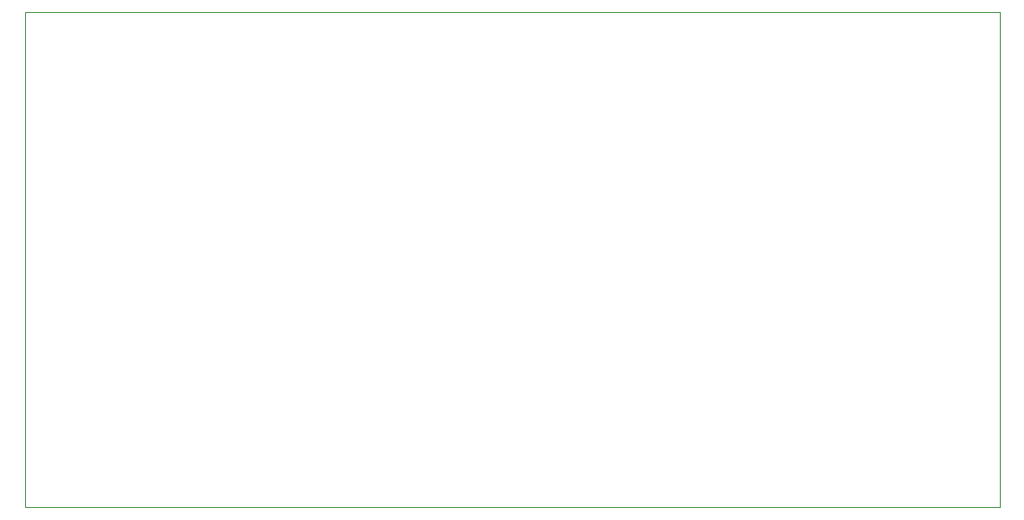
<source format=gbr>
%TF.GenerationSoftware,KiCad,Pcbnew,9.0.2*%
%TF.CreationDate,2025-06-28T18:10:06-07:00*%
%TF.ProjectId,pcb,7063622e-6b69-4636-9164-5f7063625858,rev?*%
%TF.SameCoordinates,Original*%
%TF.FileFunction,Profile,NP*%
%FSLAX46Y46*%
G04 Gerber Fmt 4.6, Leading zero omitted, Abs format (unit mm)*
G04 Created by KiCad (PCBNEW 9.0.2) date 2025-06-28 18:10:06*
%MOMM*%
%LPD*%
G01*
G04 APERTURE LIST*
%TA.AperFunction,Profile*%
%ADD10C,0.050000*%
%TD*%
G04 APERTURE END LIST*
D10*
X63590000Y-62990000D02*
X152430000Y-62990000D01*
X152430000Y-108120000D01*
X63590000Y-108120000D01*
X63590000Y-62990000D01*
M02*

</source>
